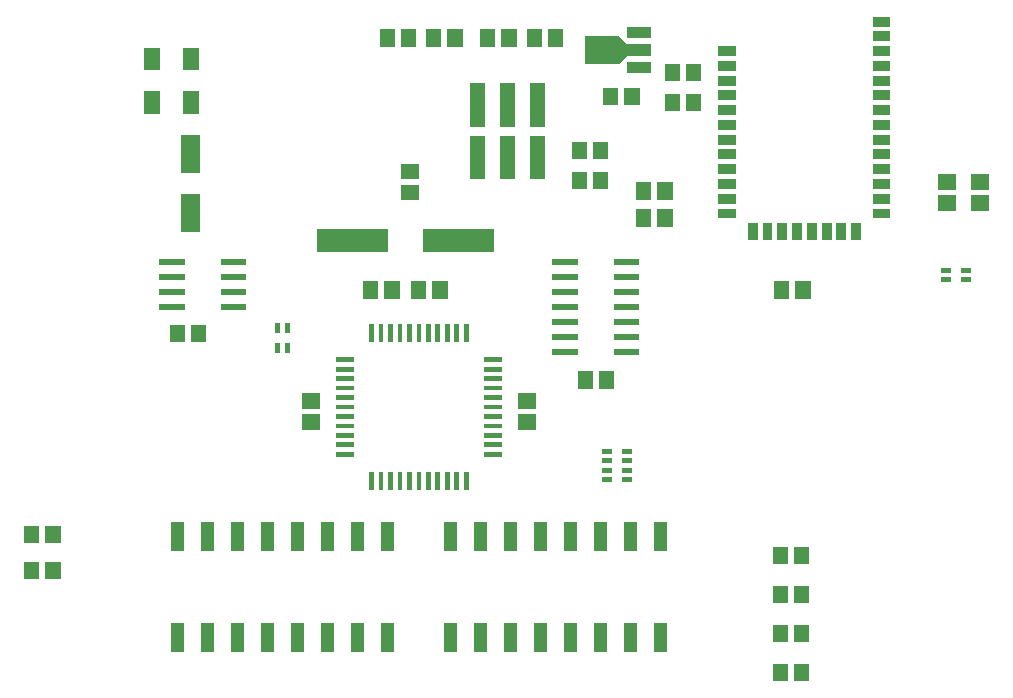
<source format=gbr>
G04 start of page 11 for group -4015 idx -4015 *
G04 Title: (unknown), toppaste *
G04 Creator: pcb 20140316 *
G04 CreationDate: Tue 26 Feb 2019 04:30:20 AM GMT UTC *
G04 For: railfan *
G04 Format: Gerber/RS-274X *
G04 PCB-Dimensions (mil): 3350.00 2300.00 *
G04 PCB-Coordinate-Origin: lower left *
%MOIN*%
%FSLAX25Y25*%
%LNTOPPASTE*%
%ADD117R,0.0330X0.0330*%
%ADD116R,0.0500X0.0500*%
%ADD115R,0.0630X0.0630*%
%ADD114R,0.0550X0.0550*%
%ADD113C,0.0001*%
%ADD112R,0.0945X0.0945*%
%ADD111R,0.0378X0.0378*%
%ADD110R,0.0787X0.0787*%
%ADD109R,0.0157X0.0157*%
%ADD108R,0.0440X0.0440*%
%ADD107R,0.0167X0.0167*%
%ADD106R,0.0512X0.0512*%
%ADD105R,0.0200X0.0200*%
G54D105*X75500Y129000D02*X82000D01*
X75500Y134000D02*X82000D01*
X75500Y139000D02*X82000D01*
X75500Y144000D02*X82000D01*
X55000D02*X61500D01*
X55000Y139000D02*X61500D01*
X55000Y134000D02*X61500D01*
X55000Y129000D02*X61500D01*
G54D106*X204457Y199393D02*Y198607D01*
X211543Y199393D02*Y198607D01*
X137043Y218893D02*Y218107D01*
X129957Y218893D02*Y218107D01*
X152543Y218893D02*Y218107D01*
X145457Y218893D02*Y218107D01*
X178957Y218893D02*Y218107D01*
X186043Y218893D02*Y218107D01*
X163457Y218893D02*Y218107D01*
X170543Y218893D02*Y218107D01*
X59957Y120393D02*Y119607D01*
X67043Y120393D02*Y119607D01*
G54D107*X202217Y80724D02*X204087D01*
X202217Y77575D02*X204087D01*
X202217Y74425D02*X204087D01*
X202217Y71276D02*X204087D01*
X208913D02*X210783D01*
X208913Y74425D02*X210783D01*
X208913Y77575D02*X210783D01*
X208913Y80724D02*X210783D01*
G54D108*X151000Y21150D02*Y15950D01*
X161000Y21150D02*Y15950D01*
X171000Y21150D02*Y15950D01*
X181000Y21150D02*Y15950D01*
X191000Y21150D02*Y15950D01*
X201000Y21150D02*Y15950D01*
X211000Y21150D02*Y15950D01*
X221000Y21150D02*Y15950D01*
X151000Y55050D02*Y49850D01*
X161000Y55050D02*Y49850D01*
X171000Y55050D02*Y49850D01*
X181000Y55050D02*Y49850D01*
X191000Y55050D02*Y49850D01*
X201000Y55050D02*Y49850D01*
X211000Y55050D02*Y49850D01*
X221000Y55050D02*Y49850D01*
X60000Y21150D02*Y15950D01*
X70000Y21150D02*Y15950D01*
X80000Y21150D02*Y15950D01*
X90000Y21150D02*Y15950D01*
X100000Y21150D02*Y15950D01*
X110000Y21150D02*Y15950D01*
X120000Y21150D02*Y15950D01*
X130000Y21150D02*Y15950D01*
X60000Y55050D02*Y49850D01*
X70000Y55050D02*Y49850D01*
X80000Y55050D02*Y49850D01*
X90000Y55050D02*Y49850D01*
X100000Y55050D02*Y49850D01*
X110000Y55050D02*Y49850D01*
X120000Y55050D02*Y49850D01*
X130000Y55050D02*Y49850D01*
G54D109*X156248Y122398D02*Y117972D01*
X153099Y122398D02*Y117972D01*
X149949Y122398D02*Y117972D01*
X146800Y122398D02*Y117972D01*
X143650Y122398D02*Y117972D01*
X140500Y122398D02*Y117972D01*
X137351Y122398D02*Y117972D01*
X134201Y122398D02*Y117972D01*
X131052Y122398D02*Y117972D01*
X127902Y122398D02*Y117972D01*
X124752Y122398D02*Y117972D01*
X113602Y111248D02*X118028D01*
X113602Y108099D02*X118028D01*
X113602Y104949D02*X118028D01*
X113602Y101800D02*X118028D01*
X113602Y98650D02*X118028D01*
X113602Y95500D02*X118028D01*
X113602Y92351D02*X118028D01*
X113602Y89201D02*X118028D01*
X113602Y86052D02*X118028D01*
X113602Y82902D02*X118028D01*
X113602Y79752D02*X118028D01*
X124752Y73028D02*Y68602D01*
X127901Y73028D02*Y68602D01*
X131051Y73028D02*Y68602D01*
X134200Y73028D02*Y68602D01*
X137350Y73028D02*Y68602D01*
X140500Y73028D02*Y68602D01*
X143649Y73028D02*Y68602D01*
X146799Y73028D02*Y68602D01*
X149948Y73028D02*Y68602D01*
X153098Y73028D02*Y68602D01*
X156248Y73028D02*Y68602D01*
X162972Y79752D02*X167398D01*
X162972Y82901D02*X167398D01*
X162972Y86051D02*X167398D01*
X162972Y89200D02*X167398D01*
X162972Y92350D02*X167398D01*
X162972Y95500D02*X167398D01*
X162972Y98649D02*X167398D01*
X162972Y101799D02*X167398D01*
X162972Y104948D02*X167398D01*
X162972Y108098D02*X167398D01*
X162972Y111248D02*X167398D01*
G54D106*X176107Y90457D02*X176893D01*
X176107Y97543D02*X176893D01*
X104107D02*X104893D01*
X104107Y90457D02*X104893D01*
X11457Y53393D02*Y52607D01*
X18543Y53393D02*Y52607D01*
Y41393D02*Y40607D01*
X11457Y41393D02*Y40607D01*
G54D110*X110409Y151000D02*X126157D01*
X145843D02*X161591D01*
G54D106*X147543Y134893D02*Y134107D01*
X140457Y134893D02*Y134107D01*
X124457Y134893D02*Y134107D01*
X131543Y134893D02*Y134107D01*
X137107Y174043D02*X137893D01*
X137107Y166957D02*X137893D01*
G54D111*X211890Y208594D02*X215984D01*
X204174Y214500D02*X215984D01*
G54D112*X200550D02*X202440D01*
G54D113*G36*
X205745Y211195D02*X208585Y214035D01*
X210005Y212615D01*
X207165Y209775D01*
X205745Y211195D01*
G37*
G36*
X207165Y219225D02*X210005Y216385D01*
X208585Y214965D01*
X205745Y217805D01*
X207165Y219225D01*
G37*
G54D111*X211890Y220406D02*X215984D01*
G54D105*X206500Y114000D02*X213000D01*
X206500Y119000D02*X213000D01*
X206500Y124000D02*X213000D01*
X206500Y129000D02*X213000D01*
X206500Y134000D02*X213000D01*
X206500Y139000D02*X213000D01*
X206500Y144000D02*X213000D01*
X186000D02*X192500D01*
X186000Y139000D02*X192500D01*
X186000Y134000D02*X192500D01*
X186000Y129000D02*X192500D01*
X186000Y124000D02*X192500D01*
X186000Y119000D02*X192500D01*
X186000Y114000D02*X192500D01*
G54D106*X203043Y104893D02*Y104107D01*
X195957Y104893D02*Y104107D01*
G54D114*X51500Y212500D02*Y210500D01*
X64500Y212500D02*Y210500D01*
X51500Y198000D02*Y196000D01*
X64500Y198000D02*Y196000D01*
G54D115*Y182992D02*Y176693D01*
Y163307D02*Y157008D01*
G54D107*X96575Y122783D02*Y120913D01*
X93425Y122783D02*Y120913D01*
Y116087D02*Y114217D01*
X96575Y116087D02*Y114217D01*
G54D116*X160000Y183504D02*Y174016D01*
X170000Y183504D02*Y174016D01*
X180000Y183504D02*Y174016D01*
Y200984D02*Y191496D01*
X170000Y200984D02*Y191496D01*
X160000Y200984D02*Y191496D01*
G54D106*X268043Y7393D02*Y6607D01*
X260957Y7393D02*Y6607D01*
X268043Y20393D02*Y19607D01*
X260957Y20393D02*Y19607D01*
X268043Y33393D02*Y32607D01*
X260957Y33393D02*Y32607D01*
X268043Y46393D02*Y45607D01*
X260957Y46393D02*Y45607D01*
G54D117*X242000Y214146D02*X244402D01*
X242000Y209224D02*X244402D01*
X242000Y204303D02*X244402D01*
X242000Y199382D02*X244402D01*
X242000Y194461D02*X244402D01*
X242000Y189539D02*X244402D01*
X242000Y184618D02*X244402D01*
X242000Y179697D02*X244402D01*
X242000Y174776D02*X244402D01*
X242000Y169854D02*X244402D01*
X242000Y164933D02*X244402D01*
X242000Y160012D02*X244402D01*
X251776Y155150D02*Y152752D01*
X256697Y155150D02*Y152752D01*
X261618Y155150D02*Y152752D01*
X266539Y155150D02*Y152752D01*
X271461Y155150D02*Y152752D01*
X276382Y155150D02*Y152752D01*
X281303Y155150D02*Y152752D01*
X286224Y155150D02*Y152752D01*
X293598Y160012D02*X296000D01*
X293598Y164933D02*X296000D01*
X293598Y169854D02*X296000D01*
X293598Y174776D02*X296000D01*
X293598Y179697D02*X296000D01*
X293598Y184618D02*X296000D01*
X293598Y189539D02*X296000D01*
X293598Y194461D02*X296000D01*
X293598Y199382D02*X296000D01*
X293598Y204303D02*X296000D01*
X293598Y209224D02*X296000D01*
X293598Y214146D02*X296000D01*
X293598Y219067D02*X296000D01*
X293598Y223988D02*X296000D01*
G54D106*X193957Y181393D02*Y180607D01*
X201043Y181393D02*Y180607D01*
X193957Y171393D02*Y170607D01*
X201043Y171393D02*Y170607D01*
X222543Y158893D02*Y158107D01*
X215457Y158893D02*Y158107D01*
X222543Y167893D02*Y167107D01*
X215457Y167893D02*Y167107D01*
X232043Y207393D02*Y206607D01*
X224957Y207393D02*Y206607D01*
X232043Y197393D02*Y196607D01*
X224957Y197393D02*Y196607D01*
G54D107*X321913Y137925D02*X323783D01*
X321913Y141075D02*X323783D01*
X315217D02*X317087D01*
X315217Y137925D02*X317087D01*
G54D106*X316107Y170543D02*X316893D01*
X316107Y163457D02*X316893D01*
X327107Y170543D02*X327893D01*
X327107Y163457D02*X327893D01*
X261457Y134893D02*Y134107D01*
X268543Y134893D02*Y134107D01*
M02*

</source>
